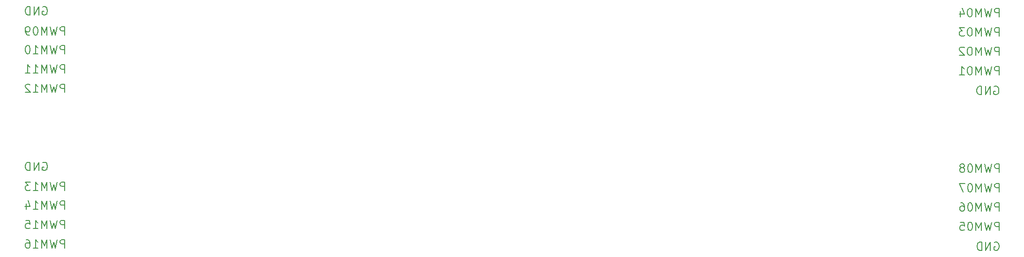
<source format=gbo>
G04 #@! TF.GenerationSoftware,KiCad,Pcbnew,5.1.5*
G04 #@! TF.CreationDate,2020-04-05T15:42:04+02:00*
G04 #@! TF.ProjectId,HB-LC-DimPWM-PCB,48422d4c-432d-4446-996d-50574d2d5043,rev?*
G04 #@! TF.SameCoordinates,Original*
G04 #@! TF.FileFunction,Legend,Bot*
G04 #@! TF.FilePolarity,Positive*
%FSLAX46Y46*%
G04 Gerber Fmt 4.6, Leading zero omitted, Abs format (unit mm)*
G04 Created by KiCad (PCBNEW 5.1.5) date 2020-04-05 15:42:04*
%MOMM*%
%LPD*%
G04 APERTURE LIST*
%ADD10C,0.200000*%
G04 APERTURE END LIST*
D10*
X92058571Y-102103571D02*
X92058571Y-100603571D01*
X91487142Y-100603571D01*
X91344285Y-100675000D01*
X91272857Y-100746428D01*
X91201428Y-100889285D01*
X91201428Y-101103571D01*
X91272857Y-101246428D01*
X91344285Y-101317857D01*
X91487142Y-101389285D01*
X92058571Y-101389285D01*
X90701428Y-100603571D02*
X90344285Y-102103571D01*
X90058571Y-101032142D01*
X89772857Y-102103571D01*
X89415714Y-100603571D01*
X88844285Y-102103571D02*
X88844285Y-100603571D01*
X88344285Y-101675000D01*
X87844285Y-100603571D01*
X87844285Y-102103571D01*
X86344285Y-102103571D02*
X87201428Y-102103571D01*
X86772857Y-102103571D02*
X86772857Y-100603571D01*
X86915714Y-100817857D01*
X87058571Y-100960714D01*
X87201428Y-101032142D01*
X85844285Y-100603571D02*
X84915714Y-100603571D01*
X85415714Y-101175000D01*
X85201428Y-101175000D01*
X85058571Y-101246428D01*
X84987142Y-101317857D01*
X84915714Y-101460714D01*
X84915714Y-101817857D01*
X84987142Y-101960714D01*
X85058571Y-102032142D01*
X85201428Y-102103571D01*
X85630000Y-102103571D01*
X85772857Y-102032142D01*
X85844285Y-101960714D01*
X92058571Y-105503571D02*
X92058571Y-104003571D01*
X91487142Y-104003571D01*
X91344285Y-104075000D01*
X91272857Y-104146428D01*
X91201428Y-104289285D01*
X91201428Y-104503571D01*
X91272857Y-104646428D01*
X91344285Y-104717857D01*
X91487142Y-104789285D01*
X92058571Y-104789285D01*
X90701428Y-104003571D02*
X90344285Y-105503571D01*
X90058571Y-104432142D01*
X89772857Y-105503571D01*
X89415714Y-104003571D01*
X88844285Y-105503571D02*
X88844285Y-104003571D01*
X88344285Y-105075000D01*
X87844285Y-104003571D01*
X87844285Y-105503571D01*
X86344285Y-105503571D02*
X87201428Y-105503571D01*
X86772857Y-105503571D02*
X86772857Y-104003571D01*
X86915714Y-104217857D01*
X87058571Y-104360714D01*
X87201428Y-104432142D01*
X85058571Y-104503571D02*
X85058571Y-105503571D01*
X85415714Y-103932142D02*
X85772857Y-105003571D01*
X84844285Y-105003571D01*
X92058571Y-112503571D02*
X92058571Y-111003571D01*
X91487142Y-111003571D01*
X91344285Y-111075000D01*
X91272857Y-111146428D01*
X91201428Y-111289285D01*
X91201428Y-111503571D01*
X91272857Y-111646428D01*
X91344285Y-111717857D01*
X91487142Y-111789285D01*
X92058571Y-111789285D01*
X90701428Y-111003571D02*
X90344285Y-112503571D01*
X90058571Y-111432142D01*
X89772857Y-112503571D01*
X89415714Y-111003571D01*
X88844285Y-112503571D02*
X88844285Y-111003571D01*
X88344285Y-112075000D01*
X87844285Y-111003571D01*
X87844285Y-112503571D01*
X86344285Y-112503571D02*
X87201428Y-112503571D01*
X86772857Y-112503571D02*
X86772857Y-111003571D01*
X86915714Y-111217857D01*
X87058571Y-111360714D01*
X87201428Y-111432142D01*
X85058571Y-111003571D02*
X85344285Y-111003571D01*
X85487142Y-111075000D01*
X85558571Y-111146428D01*
X85701428Y-111360714D01*
X85772857Y-111646428D01*
X85772857Y-112217857D01*
X85701428Y-112360714D01*
X85630000Y-112432142D01*
X85487142Y-112503571D01*
X85201428Y-112503571D01*
X85058571Y-112432142D01*
X84987142Y-112360714D01*
X84915714Y-112217857D01*
X84915714Y-111860714D01*
X84987142Y-111717857D01*
X85058571Y-111646428D01*
X85201428Y-111575000D01*
X85487142Y-111575000D01*
X85630000Y-111646428D01*
X85701428Y-111717857D01*
X85772857Y-111860714D01*
X92058571Y-109003571D02*
X92058571Y-107503571D01*
X91487142Y-107503571D01*
X91344285Y-107575000D01*
X91272857Y-107646428D01*
X91201428Y-107789285D01*
X91201428Y-108003571D01*
X91272857Y-108146428D01*
X91344285Y-108217857D01*
X91487142Y-108289285D01*
X92058571Y-108289285D01*
X90701428Y-107503571D02*
X90344285Y-109003571D01*
X90058571Y-107932142D01*
X89772857Y-109003571D01*
X89415714Y-107503571D01*
X88844285Y-109003571D02*
X88844285Y-107503571D01*
X88344285Y-108575000D01*
X87844285Y-107503571D01*
X87844285Y-109003571D01*
X86344285Y-109003571D02*
X87201428Y-109003571D01*
X86772857Y-109003571D02*
X86772857Y-107503571D01*
X86915714Y-107717857D01*
X87058571Y-107860714D01*
X87201428Y-107932142D01*
X84987142Y-107503571D02*
X85701428Y-107503571D01*
X85772857Y-108217857D01*
X85701428Y-108146428D01*
X85558571Y-108075000D01*
X85201428Y-108075000D01*
X85058571Y-108146428D01*
X84987142Y-108217857D01*
X84915714Y-108360714D01*
X84915714Y-108717857D01*
X84987142Y-108860714D01*
X85058571Y-108932142D01*
X85201428Y-109003571D01*
X85558571Y-109003571D01*
X85701428Y-108932142D01*
X85772857Y-108860714D01*
X88058571Y-97075000D02*
X88201428Y-97003571D01*
X88415714Y-97003571D01*
X88630000Y-97075000D01*
X88772857Y-97217857D01*
X88844285Y-97360714D01*
X88915714Y-97646428D01*
X88915714Y-97860714D01*
X88844285Y-98146428D01*
X88772857Y-98289285D01*
X88630000Y-98432142D01*
X88415714Y-98503571D01*
X88272857Y-98503571D01*
X88058571Y-98432142D01*
X87987142Y-98360714D01*
X87987142Y-97860714D01*
X88272857Y-97860714D01*
X87344285Y-98503571D02*
X87344285Y-97003571D01*
X86487142Y-98503571D01*
X86487142Y-97003571D01*
X85772857Y-98503571D02*
X85772857Y-97003571D01*
X85415714Y-97003571D01*
X85201428Y-97075000D01*
X85058571Y-97217857D01*
X84987142Y-97360714D01*
X84915714Y-97646428D01*
X84915714Y-97860714D01*
X84987142Y-98146428D01*
X85058571Y-98289285D01*
X85201428Y-98432142D01*
X85415714Y-98503571D01*
X85772857Y-98503571D01*
X92058571Y-84378571D02*
X92058571Y-82878571D01*
X91487142Y-82878571D01*
X91344285Y-82950000D01*
X91272857Y-83021428D01*
X91201428Y-83164285D01*
X91201428Y-83378571D01*
X91272857Y-83521428D01*
X91344285Y-83592857D01*
X91487142Y-83664285D01*
X92058571Y-83664285D01*
X90701428Y-82878571D02*
X90344285Y-84378571D01*
X90058571Y-83307142D01*
X89772857Y-84378571D01*
X89415714Y-82878571D01*
X88844285Y-84378571D02*
X88844285Y-82878571D01*
X88344285Y-83950000D01*
X87844285Y-82878571D01*
X87844285Y-84378571D01*
X86344285Y-84378571D02*
X87201428Y-84378571D01*
X86772857Y-84378571D02*
X86772857Y-82878571D01*
X86915714Y-83092857D01*
X87058571Y-83235714D01*
X87201428Y-83307142D01*
X85772857Y-83021428D02*
X85701428Y-82950000D01*
X85558571Y-82878571D01*
X85201428Y-82878571D01*
X85058571Y-82950000D01*
X84987142Y-83021428D01*
X84915714Y-83164285D01*
X84915714Y-83307142D01*
X84987142Y-83521428D01*
X85844285Y-84378571D01*
X84915714Y-84378571D01*
X92058571Y-80878571D02*
X92058571Y-79378571D01*
X91487142Y-79378571D01*
X91344285Y-79450000D01*
X91272857Y-79521428D01*
X91201428Y-79664285D01*
X91201428Y-79878571D01*
X91272857Y-80021428D01*
X91344285Y-80092857D01*
X91487142Y-80164285D01*
X92058571Y-80164285D01*
X90701428Y-79378571D02*
X90344285Y-80878571D01*
X90058571Y-79807142D01*
X89772857Y-80878571D01*
X89415714Y-79378571D01*
X88844285Y-80878571D02*
X88844285Y-79378571D01*
X88344285Y-80450000D01*
X87844285Y-79378571D01*
X87844285Y-80878571D01*
X86344285Y-80878571D02*
X87201428Y-80878571D01*
X86772857Y-80878571D02*
X86772857Y-79378571D01*
X86915714Y-79592857D01*
X87058571Y-79735714D01*
X87201428Y-79807142D01*
X84915714Y-80878571D02*
X85772857Y-80878571D01*
X85344285Y-80878571D02*
X85344285Y-79378571D01*
X85487142Y-79592857D01*
X85630000Y-79735714D01*
X85772857Y-79807142D01*
X92058571Y-77378571D02*
X92058571Y-75878571D01*
X91487142Y-75878571D01*
X91344285Y-75950000D01*
X91272857Y-76021428D01*
X91201428Y-76164285D01*
X91201428Y-76378571D01*
X91272857Y-76521428D01*
X91344285Y-76592857D01*
X91487142Y-76664285D01*
X92058571Y-76664285D01*
X90701428Y-75878571D02*
X90344285Y-77378571D01*
X90058571Y-76307142D01*
X89772857Y-77378571D01*
X89415714Y-75878571D01*
X88844285Y-77378571D02*
X88844285Y-75878571D01*
X88344285Y-76950000D01*
X87844285Y-75878571D01*
X87844285Y-77378571D01*
X86344285Y-77378571D02*
X87201428Y-77378571D01*
X86772857Y-77378571D02*
X86772857Y-75878571D01*
X86915714Y-76092857D01*
X87058571Y-76235714D01*
X87201428Y-76307142D01*
X85415714Y-75878571D02*
X85272857Y-75878571D01*
X85130000Y-75950000D01*
X85058571Y-76021428D01*
X84987142Y-76164285D01*
X84915714Y-76450000D01*
X84915714Y-76807142D01*
X84987142Y-77092857D01*
X85058571Y-77235714D01*
X85130000Y-77307142D01*
X85272857Y-77378571D01*
X85415714Y-77378571D01*
X85558571Y-77307142D01*
X85630000Y-77235714D01*
X85701428Y-77092857D01*
X85772857Y-76807142D01*
X85772857Y-76450000D01*
X85701428Y-76164285D01*
X85630000Y-76021428D01*
X85558571Y-75950000D01*
X85415714Y-75878571D01*
X92058571Y-73978571D02*
X92058571Y-72478571D01*
X91487142Y-72478571D01*
X91344285Y-72550000D01*
X91272857Y-72621428D01*
X91201428Y-72764285D01*
X91201428Y-72978571D01*
X91272857Y-73121428D01*
X91344285Y-73192857D01*
X91487142Y-73264285D01*
X92058571Y-73264285D01*
X90701428Y-72478571D02*
X90344285Y-73978571D01*
X90058571Y-72907142D01*
X89772857Y-73978571D01*
X89415714Y-72478571D01*
X88844285Y-73978571D02*
X88844285Y-72478571D01*
X88344285Y-73550000D01*
X87844285Y-72478571D01*
X87844285Y-73978571D01*
X86844285Y-72478571D02*
X86701428Y-72478571D01*
X86558571Y-72550000D01*
X86487142Y-72621428D01*
X86415714Y-72764285D01*
X86344285Y-73050000D01*
X86344285Y-73407142D01*
X86415714Y-73692857D01*
X86487142Y-73835714D01*
X86558571Y-73907142D01*
X86701428Y-73978571D01*
X86844285Y-73978571D01*
X86987142Y-73907142D01*
X87058571Y-73835714D01*
X87130000Y-73692857D01*
X87201428Y-73407142D01*
X87201428Y-73050000D01*
X87130000Y-72764285D01*
X87058571Y-72621428D01*
X86987142Y-72550000D01*
X86844285Y-72478571D01*
X85630000Y-73978571D02*
X85344285Y-73978571D01*
X85201428Y-73907142D01*
X85130000Y-73835714D01*
X84987142Y-73621428D01*
X84915714Y-73335714D01*
X84915714Y-72764285D01*
X84987142Y-72621428D01*
X85058571Y-72550000D01*
X85201428Y-72478571D01*
X85487142Y-72478571D01*
X85630000Y-72550000D01*
X85701428Y-72621428D01*
X85772857Y-72764285D01*
X85772857Y-73121428D01*
X85701428Y-73264285D01*
X85630000Y-73335714D01*
X85487142Y-73407142D01*
X85201428Y-73407142D01*
X85058571Y-73335714D01*
X84987142Y-73264285D01*
X84915714Y-73121428D01*
X88058571Y-68950000D02*
X88201428Y-68878571D01*
X88415714Y-68878571D01*
X88630000Y-68950000D01*
X88772857Y-69092857D01*
X88844285Y-69235714D01*
X88915714Y-69521428D01*
X88915714Y-69735714D01*
X88844285Y-70021428D01*
X88772857Y-70164285D01*
X88630000Y-70307142D01*
X88415714Y-70378571D01*
X88272857Y-70378571D01*
X88058571Y-70307142D01*
X87987142Y-70235714D01*
X87987142Y-69735714D01*
X88272857Y-69735714D01*
X87344285Y-70378571D02*
X87344285Y-68878571D01*
X86487142Y-70378571D01*
X86487142Y-68878571D01*
X85772857Y-70378571D02*
X85772857Y-68878571D01*
X85415714Y-68878571D01*
X85201428Y-68950000D01*
X85058571Y-69092857D01*
X84987142Y-69235714D01*
X84915714Y-69521428D01*
X84915714Y-69735714D01*
X84987142Y-70021428D01*
X85058571Y-70164285D01*
X85201428Y-70307142D01*
X85415714Y-70378571D01*
X85772857Y-70378571D01*
X260952857Y-105838571D02*
X260952857Y-104338571D01*
X260381428Y-104338571D01*
X260238571Y-104410000D01*
X260167142Y-104481428D01*
X260095714Y-104624285D01*
X260095714Y-104838571D01*
X260167142Y-104981428D01*
X260238571Y-105052857D01*
X260381428Y-105124285D01*
X260952857Y-105124285D01*
X259595714Y-104338571D02*
X259238571Y-105838571D01*
X258952857Y-104767142D01*
X258667142Y-105838571D01*
X258310000Y-104338571D01*
X257738571Y-105838571D02*
X257738571Y-104338571D01*
X257238571Y-105410000D01*
X256738571Y-104338571D01*
X256738571Y-105838571D01*
X255738571Y-104338571D02*
X255595714Y-104338571D01*
X255452857Y-104410000D01*
X255381428Y-104481428D01*
X255310000Y-104624285D01*
X255238571Y-104910000D01*
X255238571Y-105267142D01*
X255310000Y-105552857D01*
X255381428Y-105695714D01*
X255452857Y-105767142D01*
X255595714Y-105838571D01*
X255738571Y-105838571D01*
X255881428Y-105767142D01*
X255952857Y-105695714D01*
X256024285Y-105552857D01*
X256095714Y-105267142D01*
X256095714Y-104910000D01*
X256024285Y-104624285D01*
X255952857Y-104481428D01*
X255881428Y-104410000D01*
X255738571Y-104338571D01*
X253952857Y-104338571D02*
X254238571Y-104338571D01*
X254381428Y-104410000D01*
X254452857Y-104481428D01*
X254595714Y-104695714D01*
X254667142Y-104981428D01*
X254667142Y-105552857D01*
X254595714Y-105695714D01*
X254524285Y-105767142D01*
X254381428Y-105838571D01*
X254095714Y-105838571D01*
X253952857Y-105767142D01*
X253881428Y-105695714D01*
X253810000Y-105552857D01*
X253810000Y-105195714D01*
X253881428Y-105052857D01*
X253952857Y-104981428D01*
X254095714Y-104910000D01*
X254381428Y-104910000D01*
X254524285Y-104981428D01*
X254595714Y-105052857D01*
X254667142Y-105195714D01*
X260952857Y-109338571D02*
X260952857Y-107838571D01*
X260381428Y-107838571D01*
X260238571Y-107910000D01*
X260167142Y-107981428D01*
X260095714Y-108124285D01*
X260095714Y-108338571D01*
X260167142Y-108481428D01*
X260238571Y-108552857D01*
X260381428Y-108624285D01*
X260952857Y-108624285D01*
X259595714Y-107838571D02*
X259238571Y-109338571D01*
X258952857Y-108267142D01*
X258667142Y-109338571D01*
X258310000Y-107838571D01*
X257738571Y-109338571D02*
X257738571Y-107838571D01*
X257238571Y-108910000D01*
X256738571Y-107838571D01*
X256738571Y-109338571D01*
X255738571Y-107838571D02*
X255595714Y-107838571D01*
X255452857Y-107910000D01*
X255381428Y-107981428D01*
X255310000Y-108124285D01*
X255238571Y-108410000D01*
X255238571Y-108767142D01*
X255310000Y-109052857D01*
X255381428Y-109195714D01*
X255452857Y-109267142D01*
X255595714Y-109338571D01*
X255738571Y-109338571D01*
X255881428Y-109267142D01*
X255952857Y-109195714D01*
X256024285Y-109052857D01*
X256095714Y-108767142D01*
X256095714Y-108410000D01*
X256024285Y-108124285D01*
X255952857Y-107981428D01*
X255881428Y-107910000D01*
X255738571Y-107838571D01*
X253881428Y-107838571D02*
X254595714Y-107838571D01*
X254667142Y-108552857D01*
X254595714Y-108481428D01*
X254452857Y-108410000D01*
X254095714Y-108410000D01*
X253952857Y-108481428D01*
X253881428Y-108552857D01*
X253810000Y-108695714D01*
X253810000Y-109052857D01*
X253881428Y-109195714D01*
X253952857Y-109267142D01*
X254095714Y-109338571D01*
X254452857Y-109338571D01*
X254595714Y-109267142D01*
X254667142Y-109195714D01*
X260067142Y-111510000D02*
X260210000Y-111438571D01*
X260424285Y-111438571D01*
X260638571Y-111510000D01*
X260781428Y-111652857D01*
X260852857Y-111795714D01*
X260924285Y-112081428D01*
X260924285Y-112295714D01*
X260852857Y-112581428D01*
X260781428Y-112724285D01*
X260638571Y-112867142D01*
X260424285Y-112938571D01*
X260281428Y-112938571D01*
X260067142Y-112867142D01*
X259995714Y-112795714D01*
X259995714Y-112295714D01*
X260281428Y-112295714D01*
X259352857Y-112938571D02*
X259352857Y-111438571D01*
X258495714Y-112938571D01*
X258495714Y-111438571D01*
X257781428Y-112938571D02*
X257781428Y-111438571D01*
X257424285Y-111438571D01*
X257210000Y-111510000D01*
X257067142Y-111652857D01*
X256995714Y-111795714D01*
X256924285Y-112081428D01*
X256924285Y-112295714D01*
X256995714Y-112581428D01*
X257067142Y-112724285D01*
X257210000Y-112867142D01*
X257424285Y-112938571D01*
X257781428Y-112938571D01*
X260952857Y-98838571D02*
X260952857Y-97338571D01*
X260381428Y-97338571D01*
X260238571Y-97410000D01*
X260167142Y-97481428D01*
X260095714Y-97624285D01*
X260095714Y-97838571D01*
X260167142Y-97981428D01*
X260238571Y-98052857D01*
X260381428Y-98124285D01*
X260952857Y-98124285D01*
X259595714Y-97338571D02*
X259238571Y-98838571D01*
X258952857Y-97767142D01*
X258667142Y-98838571D01*
X258310000Y-97338571D01*
X257738571Y-98838571D02*
X257738571Y-97338571D01*
X257238571Y-98410000D01*
X256738571Y-97338571D01*
X256738571Y-98838571D01*
X255738571Y-97338571D02*
X255595714Y-97338571D01*
X255452857Y-97410000D01*
X255381428Y-97481428D01*
X255310000Y-97624285D01*
X255238571Y-97910000D01*
X255238571Y-98267142D01*
X255310000Y-98552857D01*
X255381428Y-98695714D01*
X255452857Y-98767142D01*
X255595714Y-98838571D01*
X255738571Y-98838571D01*
X255881428Y-98767142D01*
X255952857Y-98695714D01*
X256024285Y-98552857D01*
X256095714Y-98267142D01*
X256095714Y-97910000D01*
X256024285Y-97624285D01*
X255952857Y-97481428D01*
X255881428Y-97410000D01*
X255738571Y-97338571D01*
X254381428Y-97981428D02*
X254524285Y-97910000D01*
X254595714Y-97838571D01*
X254667142Y-97695714D01*
X254667142Y-97624285D01*
X254595714Y-97481428D01*
X254524285Y-97410000D01*
X254381428Y-97338571D01*
X254095714Y-97338571D01*
X253952857Y-97410000D01*
X253881428Y-97481428D01*
X253810000Y-97624285D01*
X253810000Y-97695714D01*
X253881428Y-97838571D01*
X253952857Y-97910000D01*
X254095714Y-97981428D01*
X254381428Y-97981428D01*
X254524285Y-98052857D01*
X254595714Y-98124285D01*
X254667142Y-98267142D01*
X254667142Y-98552857D01*
X254595714Y-98695714D01*
X254524285Y-98767142D01*
X254381428Y-98838571D01*
X254095714Y-98838571D01*
X253952857Y-98767142D01*
X253881428Y-98695714D01*
X253810000Y-98552857D01*
X253810000Y-98267142D01*
X253881428Y-98124285D01*
X253952857Y-98052857D01*
X254095714Y-97981428D01*
X260952857Y-102338571D02*
X260952857Y-100838571D01*
X260381428Y-100838571D01*
X260238571Y-100910000D01*
X260167142Y-100981428D01*
X260095714Y-101124285D01*
X260095714Y-101338571D01*
X260167142Y-101481428D01*
X260238571Y-101552857D01*
X260381428Y-101624285D01*
X260952857Y-101624285D01*
X259595714Y-100838571D02*
X259238571Y-102338571D01*
X258952857Y-101267142D01*
X258667142Y-102338571D01*
X258310000Y-100838571D01*
X257738571Y-102338571D02*
X257738571Y-100838571D01*
X257238571Y-101910000D01*
X256738571Y-100838571D01*
X256738571Y-102338571D01*
X255738571Y-100838571D02*
X255595714Y-100838571D01*
X255452857Y-100910000D01*
X255381428Y-100981428D01*
X255310000Y-101124285D01*
X255238571Y-101410000D01*
X255238571Y-101767142D01*
X255310000Y-102052857D01*
X255381428Y-102195714D01*
X255452857Y-102267142D01*
X255595714Y-102338571D01*
X255738571Y-102338571D01*
X255881428Y-102267142D01*
X255952857Y-102195714D01*
X256024285Y-102052857D01*
X256095714Y-101767142D01*
X256095714Y-101410000D01*
X256024285Y-101124285D01*
X255952857Y-100981428D01*
X255881428Y-100910000D01*
X255738571Y-100838571D01*
X254738571Y-100838571D02*
X253738571Y-100838571D01*
X254381428Y-102338571D01*
X260912857Y-70678571D02*
X260912857Y-69178571D01*
X260341428Y-69178571D01*
X260198571Y-69250000D01*
X260127142Y-69321428D01*
X260055714Y-69464285D01*
X260055714Y-69678571D01*
X260127142Y-69821428D01*
X260198571Y-69892857D01*
X260341428Y-69964285D01*
X260912857Y-69964285D01*
X259555714Y-69178571D02*
X259198571Y-70678571D01*
X258912857Y-69607142D01*
X258627142Y-70678571D01*
X258270000Y-69178571D01*
X257698571Y-70678571D02*
X257698571Y-69178571D01*
X257198571Y-70250000D01*
X256698571Y-69178571D01*
X256698571Y-70678571D01*
X255698571Y-69178571D02*
X255555714Y-69178571D01*
X255412857Y-69250000D01*
X255341428Y-69321428D01*
X255270000Y-69464285D01*
X255198571Y-69750000D01*
X255198571Y-70107142D01*
X255270000Y-70392857D01*
X255341428Y-70535714D01*
X255412857Y-70607142D01*
X255555714Y-70678571D01*
X255698571Y-70678571D01*
X255841428Y-70607142D01*
X255912857Y-70535714D01*
X255984285Y-70392857D01*
X256055714Y-70107142D01*
X256055714Y-69750000D01*
X255984285Y-69464285D01*
X255912857Y-69321428D01*
X255841428Y-69250000D01*
X255698571Y-69178571D01*
X253912857Y-69678571D02*
X253912857Y-70678571D01*
X254270000Y-69107142D02*
X254627142Y-70178571D01*
X253698571Y-70178571D01*
X260912857Y-74178571D02*
X260912857Y-72678571D01*
X260341428Y-72678571D01*
X260198571Y-72750000D01*
X260127142Y-72821428D01*
X260055714Y-72964285D01*
X260055714Y-73178571D01*
X260127142Y-73321428D01*
X260198571Y-73392857D01*
X260341428Y-73464285D01*
X260912857Y-73464285D01*
X259555714Y-72678571D02*
X259198571Y-74178571D01*
X258912857Y-73107142D01*
X258627142Y-74178571D01*
X258270000Y-72678571D01*
X257698571Y-74178571D02*
X257698571Y-72678571D01*
X257198571Y-73750000D01*
X256698571Y-72678571D01*
X256698571Y-74178571D01*
X255698571Y-72678571D02*
X255555714Y-72678571D01*
X255412857Y-72750000D01*
X255341428Y-72821428D01*
X255270000Y-72964285D01*
X255198571Y-73250000D01*
X255198571Y-73607142D01*
X255270000Y-73892857D01*
X255341428Y-74035714D01*
X255412857Y-74107142D01*
X255555714Y-74178571D01*
X255698571Y-74178571D01*
X255841428Y-74107142D01*
X255912857Y-74035714D01*
X255984285Y-73892857D01*
X256055714Y-73607142D01*
X256055714Y-73250000D01*
X255984285Y-72964285D01*
X255912857Y-72821428D01*
X255841428Y-72750000D01*
X255698571Y-72678571D01*
X254698571Y-72678571D02*
X253770000Y-72678571D01*
X254270000Y-73250000D01*
X254055714Y-73250000D01*
X253912857Y-73321428D01*
X253841428Y-73392857D01*
X253770000Y-73535714D01*
X253770000Y-73892857D01*
X253841428Y-74035714D01*
X253912857Y-74107142D01*
X254055714Y-74178571D01*
X254484285Y-74178571D01*
X254627142Y-74107142D01*
X254698571Y-74035714D01*
X260912857Y-77678571D02*
X260912857Y-76178571D01*
X260341428Y-76178571D01*
X260198571Y-76250000D01*
X260127142Y-76321428D01*
X260055714Y-76464285D01*
X260055714Y-76678571D01*
X260127142Y-76821428D01*
X260198571Y-76892857D01*
X260341428Y-76964285D01*
X260912857Y-76964285D01*
X259555714Y-76178571D02*
X259198571Y-77678571D01*
X258912857Y-76607142D01*
X258627142Y-77678571D01*
X258270000Y-76178571D01*
X257698571Y-77678571D02*
X257698571Y-76178571D01*
X257198571Y-77250000D01*
X256698571Y-76178571D01*
X256698571Y-77678571D01*
X255698571Y-76178571D02*
X255555714Y-76178571D01*
X255412857Y-76250000D01*
X255341428Y-76321428D01*
X255270000Y-76464285D01*
X255198571Y-76750000D01*
X255198571Y-77107142D01*
X255270000Y-77392857D01*
X255341428Y-77535714D01*
X255412857Y-77607142D01*
X255555714Y-77678571D01*
X255698571Y-77678571D01*
X255841428Y-77607142D01*
X255912857Y-77535714D01*
X255984285Y-77392857D01*
X256055714Y-77107142D01*
X256055714Y-76750000D01*
X255984285Y-76464285D01*
X255912857Y-76321428D01*
X255841428Y-76250000D01*
X255698571Y-76178571D01*
X254627142Y-76321428D02*
X254555714Y-76250000D01*
X254412857Y-76178571D01*
X254055714Y-76178571D01*
X253912857Y-76250000D01*
X253841428Y-76321428D01*
X253770000Y-76464285D01*
X253770000Y-76607142D01*
X253841428Y-76821428D01*
X254698571Y-77678571D01*
X253770000Y-77678571D01*
X260912857Y-81178571D02*
X260912857Y-79678571D01*
X260341428Y-79678571D01*
X260198571Y-79750000D01*
X260127142Y-79821428D01*
X260055714Y-79964285D01*
X260055714Y-80178571D01*
X260127142Y-80321428D01*
X260198571Y-80392857D01*
X260341428Y-80464285D01*
X260912857Y-80464285D01*
X259555714Y-79678571D02*
X259198571Y-81178571D01*
X258912857Y-80107142D01*
X258627142Y-81178571D01*
X258270000Y-79678571D01*
X257698571Y-81178571D02*
X257698571Y-79678571D01*
X257198571Y-80750000D01*
X256698571Y-79678571D01*
X256698571Y-81178571D01*
X255698571Y-79678571D02*
X255555714Y-79678571D01*
X255412857Y-79750000D01*
X255341428Y-79821428D01*
X255270000Y-79964285D01*
X255198571Y-80250000D01*
X255198571Y-80607142D01*
X255270000Y-80892857D01*
X255341428Y-81035714D01*
X255412857Y-81107142D01*
X255555714Y-81178571D01*
X255698571Y-81178571D01*
X255841428Y-81107142D01*
X255912857Y-81035714D01*
X255984285Y-80892857D01*
X256055714Y-80607142D01*
X256055714Y-80250000D01*
X255984285Y-79964285D01*
X255912857Y-79821428D01*
X255841428Y-79750000D01*
X255698571Y-79678571D01*
X253770000Y-81178571D02*
X254627142Y-81178571D01*
X254198571Y-81178571D02*
X254198571Y-79678571D01*
X254341428Y-79892857D01*
X254484285Y-80035714D01*
X254627142Y-80107142D01*
X260027142Y-83350000D02*
X260170000Y-83278571D01*
X260384285Y-83278571D01*
X260598571Y-83350000D01*
X260741428Y-83492857D01*
X260812857Y-83635714D01*
X260884285Y-83921428D01*
X260884285Y-84135714D01*
X260812857Y-84421428D01*
X260741428Y-84564285D01*
X260598571Y-84707142D01*
X260384285Y-84778571D01*
X260241428Y-84778571D01*
X260027142Y-84707142D01*
X259955714Y-84635714D01*
X259955714Y-84135714D01*
X260241428Y-84135714D01*
X259312857Y-84778571D02*
X259312857Y-83278571D01*
X258455714Y-84778571D01*
X258455714Y-83278571D01*
X257741428Y-84778571D02*
X257741428Y-83278571D01*
X257384285Y-83278571D01*
X257170000Y-83350000D01*
X257027142Y-83492857D01*
X256955714Y-83635714D01*
X256884285Y-83921428D01*
X256884285Y-84135714D01*
X256955714Y-84421428D01*
X257027142Y-84564285D01*
X257170000Y-84707142D01*
X257384285Y-84778571D01*
X257741428Y-84778571D01*
M02*

</source>
